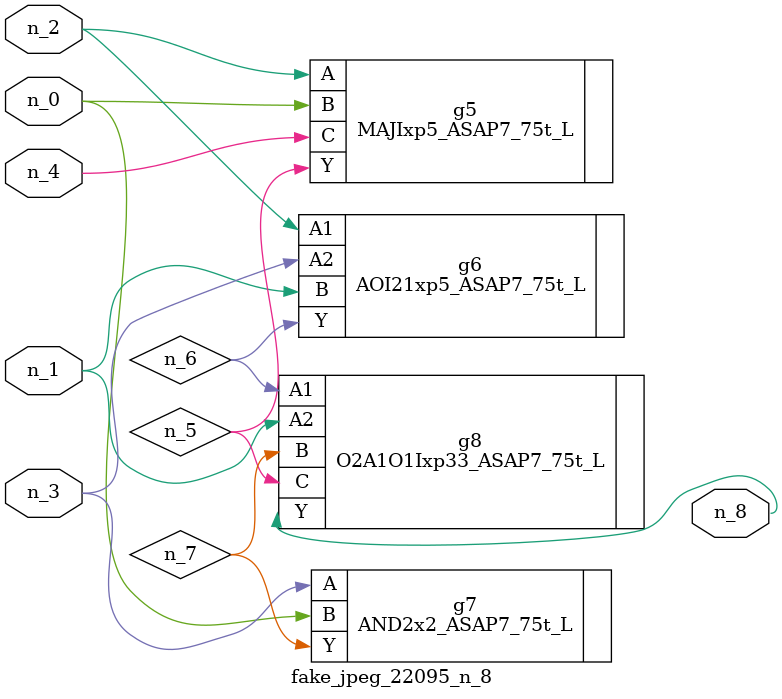
<source format=v>
module fake_jpeg_22095_n_8 (n_3, n_2, n_1, n_0, n_4, n_8);

input n_3;
input n_2;
input n_1;
input n_0;
input n_4;

output n_8;

wire n_6;
wire n_5;
wire n_7;

MAJIxp5_ASAP7_75t_L g5 ( 
.A(n_2),
.B(n_0),
.C(n_4),
.Y(n_5)
);

AOI21xp5_ASAP7_75t_L g6 ( 
.A1(n_2),
.A2(n_3),
.B(n_1),
.Y(n_6)
);

AND2x2_ASAP7_75t_L g7 ( 
.A(n_3),
.B(n_0),
.Y(n_7)
);

O2A1O1Ixp33_ASAP7_75t_L g8 ( 
.A1(n_6),
.A2(n_1),
.B(n_7),
.C(n_5),
.Y(n_8)
);


endmodule
</source>
